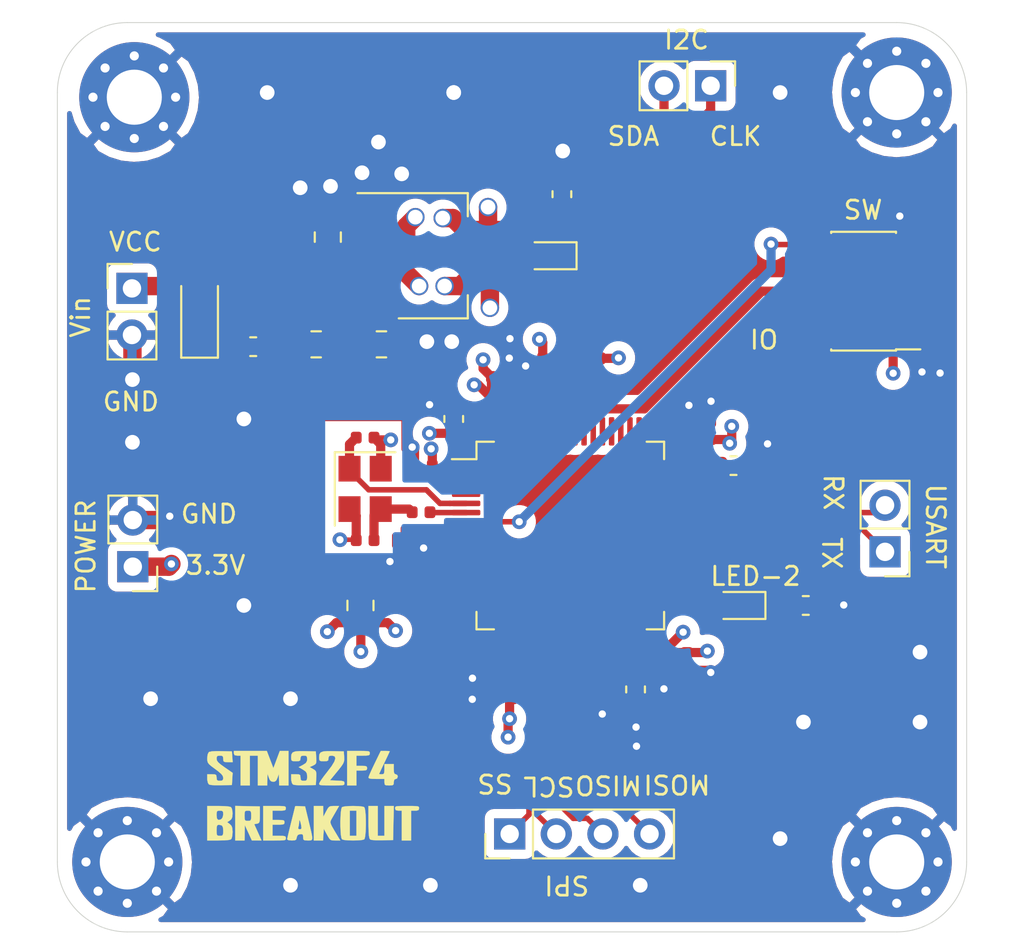
<source format=kicad_pcb>
(kicad_pcb (version 20171130) (host pcbnew "(5.1.4)-1")
  (title_block (title "STM32 F405RGT6") (date 2020-10-25))
  (layers (0 F.Cu signal) (1 In1.Cu power) (2 In2.Cu power) (31 B.Cu signal) (34 B.Paste user) (35 F.Paste user) (36 B.SilkS user) (37 F.SilkS user) (38 B.Mask user) (39 F.Mask user) (44 Edge.Cuts user))
  (net 0 "")
  (net 1 BOOT0)
  (net 2 "Net-(C1-Pad1)")
  (net 3 "Net-(C2-Pad1)")
  (net 4 "Net-(C3-Pad1)")
  (net 5 +3V3)
  (net 6 HSE_IN)
  (net 7 +3.3VA)
  (net 8 HSE_OUT)
  (net 9 "Net-(D1-Pad1)")
  (net 10 VCC)
  (net 11 "Net-(D2-Pad2)")
  (net 12 "Net-(D2-Pad1)")
  (net 13 "Net-(D3-Pad1)")
  (net 14 "Net-(F1-Pad2)")
  (net 15 UsART_RX)
  (net 16 USART_TX)
  (net 17 I2C_SCL)
  (net 18 I2C_SDA)
  (net 19 SPI_SS)
  (net 20 SPI_SCk)
  (net 21 SPI_MISO)
  (net 22 SPI_MOSI)
  (net 23 SW_IO)
  (net 24 SW_CLK)
  (net 25 SW_O)
  (net 26 "Net-(J6-Pad7)")
  (net 27 "Net-(J6-Pad8)")
  (net 28 NRST)
  (net 29 "Net-(U1-Pad2)")
  (net 30 "Net-(U1-Pad3)")
  (net 31 "Net-(U1-Pad4)")
  (net 32 "Net-(U1-Pad8)")
  (net 33 "Net-(U1-Pad9)")
  (net 34 "Net-(U1-Pad10)")
  (net 35 "Net-(U1-Pad11)")
  (net 36 "Net-(U1-Pad14)")
  (net 37 "Net-(U1-Pad15)")
  (net 38 "Net-(U1-Pad16)")
  (net 39 "Net-(U1-Pad17)")
  (net 40 "Net-(U1-Pad24)")
  (net 41 "Net-(U1-Pad25)")
  (net 42 "Net-(U1-Pad26)")
  (net 43 "Net-(U1-Pad27)")
  (net 44 "Net-(U1-Pad29)")
  (net 45 "Net-(U1-Pad30)")
  (net 46 "Net-(U1-Pad34)")
  (net 47 "Net-(U1-Pad35)")
  (net 48 "Net-(U1-Pad36)")
  (net 49 "Net-(U1-Pad37)")
  (net 50 "Net-(U1-Pad38)")
  (net 51 "Net-(U1-Pad39)")
  (net 52 "Net-(U1-Pad40)")
  (net 53 "Net-(U1-Pad41)")
  (net 54 "Net-(U1-Pad44)")
  (net 55 "Net-(U1-Pad45)")
  (net 56 "Net-(U1-Pad50)")
  (net 57 "Net-(U1-Pad51)")
  (net 58 "Net-(U1-Pad52)")
  (net 59 "Net-(U1-Pad53)")
  (net 60 "Net-(U1-Pad54)")
  (net 61 "Net-(U1-Pad56)")
  (net 62 "Net-(U1-Pad57)")
  (net 63 "Net-(U1-Pad61)")
  (net 64 "Net-(U1-Pad62)")
  (net 65 GND)
  (net 66 "Net-(C7-Pad1)")
  (net 67 BOOT1)
  (module LogoSilkscreen:F4Silkscreen (layer F.Cu) (at 92.71 93.98)
    (fp_text reference G*** hide)
    (fp_text value LOGO hide)
  )
  (module Capacitor_SMD:C_0603_1608Metric (layer F.Cu) (at 110.236 88.392 270)
    (fp_text reference C1)
    (fp_text value 2.2uF)
    (pad 2 smd roundrect (at 0.7875 0 270) (size 0.875 0.95) (layers F.Cu F.Paste F.Mask) (net 65 GND))
    (pad 1 smd roundrect (at -0.7875 0 270) (size 0.875 0.95) (layers F.Cu F.Paste F.Mask) (net 2 "Net-(C1-Pad1)"))
  )
  (module Capacitor_SMD:C_0603_1608Metric (layer F.Cu) (at 115.57 76.2)
    (fp_text reference C2)
    (fp_text value 2.2uF)
    (pad 1 smd roundrect (at -0.7875 0) (size 0.875 0.95) (layers F.Cu F.Paste F.Mask) (net 3 "Net-(C2-Pad1)"))
    (pad 2 smd roundrect (at 0.7875 0) (size 0.875 0.95) (layers F.Cu F.Paste F.Mask) (net 65 GND))
  )
  (module Capacitor_SMD:C_0805_2012Metric (layer F.Cu) (at 96.393 69.596)
    (fp_text reference C3)
    (fp_text value 10uF)
    (pad 2 smd roundrect (at 0.9375 0) (size 0.975 1.4) (layers F.Cu F.Paste F.Mask) (net 65 GND))
    (pad 1 smd roundrect (at -0.9375 0) (size 0.975 1.4) (layers F.Cu F.Paste F.Mask) (net 4 "Net-(C3-Pad1)"))
  )
  (module Capacitor_SMD:C_0805_2012Metric (layer F.Cu) (at 93.472 63.754 90)
    (fp_text reference C4)
    (fp_text value 10uF)
    (pad 1 smd roundrect (at -0.9375 0 90) (size 0.975 1.4) (layers F.Cu F.Paste F.Mask) (net 5 +3V3))
    (pad 2 smd roundrect (at 0.9375 0 90) (size 0.975 1.4) (layers F.Cu F.Paste F.Mask) (net 65 GND))
  )
  (module Capacitor_SMD:C_0402_1005Metric (layer F.Cu) (at 95.504 74.676)
    (fp_text reference C5)
    (fp_text value 12pF)
    (pad 1 smd roundrect (at -0.485 0) (size 0.59 0.64) (layers F.Cu F.Paste F.Mask) (net 6 HSE_IN))
    (pad 2 smd roundrect (at 0.485 0) (size 0.59 0.64) (layers F.Cu F.Paste F.Mask) (net 65 GND))
  )
  (module Capacitor_SMD:C_0402_1005Metric (layer F.Cu) (at 97.8027 81.8515 90)
    (fp_text reference C6)
    (fp_text value 100nF)
    (pad 1 smd roundrect (at -0.485 0 90) (size 0.59 0.64) (layers F.Cu F.Paste F.Mask) (net 7 +3.3VA))
    (pad 2 smd roundrect (at 0.485 0 90) (size 0.59 0.64) (layers F.Cu F.Paste F.Mask) (net 65 GND))
  )
  (module Capacitor_SMD:C_0402_1005Metric (layer F.Cu) (at 95.504 80.264 180)
    (fp_text reference C7)
    (fp_text value 12pF)
    (pad 2 smd roundrect (at 0.485 0 180) (size 0.59 0.64) (layers F.Cu F.Paste F.Mask) (net 65 GND))
    (pad 1 smd roundrect (at -0.485 0 180) (size 0.59 0.64) (layers F.Cu F.Paste F.Mask) (net 66 "Net-(C7-Pad1)"))
  )
  (module Capacitor_SMD:C_0603_1608Metric (layer F.Cu) (at 100.33 73.66 90)
    (fp_text reference C9)
    (fp_text value 10uF)
    (pad 1 smd roundrect (at -0.7875 0 90) (size 0.875 0.95) (layers F.Cu F.Paste F.Mask) (net 5 +3V3))
    (pad 2 smd roundrect (at 0.7875 0 90) (size 0.875 0.95) (layers F.Cu F.Paste F.Mask) (net 65 GND))
  )
  (module Capacitor_SMD:C_0402_1005Metric (layer F.Cu) (at 103.0097 87.8205 180)
    (fp_text reference C10)
    (fp_text value 100nF)
    (pad 2 smd roundrect (at 0.485 0 180) (size 0.59 0.64) (layers F.Cu F.Paste F.Mask) (net 65 GND))
    (pad 1 smd roundrect (at -0.485 0 180) (size 0.59 0.64) (layers F.Cu F.Paste F.Mask) (net 5 +3V3))
  )
  (module Capacitor_SMD:C_0402_1005Metric (layer F.Cu) (at 103.0351 88.8746 180)
    (fp_text reference C11)
    (fp_text value 100nF)
    (pad 2 smd roundrect (at 0.485 0 180) (size 0.59 0.64) (layers F.Cu F.Paste F.Mask) (net 65 GND))
    (pad 1 smd roundrect (at -0.485 0 180) (size 0.59 0.64) (layers F.Cu F.Paste F.Mask) (net 5 +3V3))
  )
  (module Capacitor_SMD:C_0402_1005Metric (layer F.Cu) (at 111.76 86.868 270)
    (fp_text reference C12)
    (fp_text value 100nF)
    (pad 1 smd roundrect (at -0.485 0 270) (size 0.59 0.64) (layers F.Cu F.Paste F.Mask) (net 5 +3V3))
    (pad 2 smd roundrect (at 0.485 0 270) (size 0.59 0.64) (layers F.Cu F.Paste F.Mask) (net 65 GND))
  )
  (module Capacitor_SMD:C_0402_1005Metric (layer F.Cu) (at 98.679 76.2 180)
    (fp_text reference C13)
    (fp_text value 100nF)
    (pad 1 smd roundrect (at -0.485 0 180) (size 0.59 0.64) (layers F.Cu F.Paste F.Mask) (net 5 +3V3))
    (pad 2 smd roundrect (at 0.485 0 180) (size 0.59 0.64) (layers F.Cu F.Paste F.Mask) (net 65 GND))
  )
  (module Capacitor_SMD:C_0402_1005Metric (layer F.Cu) (at 113.03 74.295 90)
    (fp_text reference C14)
    (fp_text value 100nF)
    (pad 2 smd roundrect (at 0.485 0 90) (size 0.59 0.64) (layers F.Cu F.Paste F.Mask) (net 65 GND))
    (pad 1 smd roundrect (at -0.485 0 90) (size 0.59 0.64) (layers F.Cu F.Paste F.Mask) (net 5 +3V3))
  )
  (module Capacitor_SMD:C_0402_1005Metric (layer F.Cu) (at 114.3 74.295 90)
    (fp_text reference C15)
    (fp_text value 100nF)
    (pad 1 smd roundrect (at -0.485 0 90) (size 0.59 0.64) (layers F.Cu F.Paste F.Mask) (net 5 +3V3))
    (pad 2 smd roundrect (at 0.485 0 90) (size 0.59 0.64) (layers F.Cu F.Paste F.Mask) (net 65 GND))
  )
  (module Capacitor_SMD:C_0402_1005Metric (layer F.Cu) (at 102.87 71.374)
    (fp_text reference C16)
    (fp_text value 100nF)
    (pad 2 smd roundrect (at 0.485 0) (size 0.59 0.64) (layers F.Cu F.Paste F.Mask) (net 65 GND))
    (pad 1 smd roundrect (at -0.485 0) (size 0.59 0.64) (layers F.Cu F.Paste F.Mask) (net 5 +3V3))
  )
  (module Capacitor_SMD:C_0402_1005Metric (layer F.Cu) (at 113.03 86.868 270)
    (fp_text reference C17)
    (fp_text value 100nF)
    (pad 1 smd roundrect (at -0.485 0 270) (size 0.59 0.64) (layers F.Cu F.Paste F.Mask) (net 5 +3V3))
    (pad 2 smd roundrect (at 0.485 0 270) (size 0.59 0.64) (layers F.Cu F.Paste F.Mask) (net 65 GND))
  )
  (module Capacitor_SMD:C_0402_1005Metric (layer F.Cu) (at 102.87 72.517)
    (fp_text reference C18)
    (fp_text value 100nF)
    (pad 2 smd roundrect (at 0.485 0) (size 0.59 0.64) (layers F.Cu F.Paste F.Mask) (net 65 GND))
    (pad 1 smd roundrect (at -0.485 0) (size 0.59 0.64) (layers F.Cu F.Paste F.Mask) (net 5 +3V3))
  )
  (module Diode_SMD:D_SOD-123 (layer F.Cu) (at 86.487 68.072 90)
    (fp_text reference D1)
    (fp_text value B5819W)
    (pad 1 smd rect (at -1.65 0 90) (size 0.9 1.2) (layers F.Cu F.Paste F.Mask) (net 9 "Net-(D1-Pad1)"))
    (pad 2 smd rect (at 1.65 0 90) (size 0.9 1.2) (layers F.Cu F.Paste F.Mask) (net 10 VCC))
  )
  (module Diode_SMD:D_0603_1608Metric (layer F.Cu) (at 115.824 83.82 180)
    (fp_text reference D2)
    (fp_text value Red)
    (pad 2 smd roundrect (at 0.7875 0 180) (size 0.875 0.95) (layers F.Cu F.Paste F.Mask) (net 11 "Net-(D2-Pad2)"))
    (pad 1 smd roundrect (at -0.7875 0 180) (size 0.875 0.95) (layers F.Cu F.Paste F.Mask) (net 12 "Net-(D2-Pad1)"))
  )
  (module Diode_SMD:D_0603_1608Metric (layer F.Cu) (at 105.537 64.77 180)
    (fp_text reference D3)
    (fp_text value Red)
    (pad 1 smd roundrect (at -0.7875 0 180) (size 0.875 0.95) (layers F.Cu F.Paste F.Mask) (net 13 "Net-(D3-Pad1)"))
    (pad 2 smd roundrect (at 0.7875 0 180) (size 0.875 0.95) (layers F.Cu F.Paste F.Mask) (net 5 +3V3))
  )
  (module Fuse:Fuse_0603_1608Metric (layer F.Cu) (at 89.408 69.723)
    (fp_text reference F1)
    (fp_text value 500mA)
    (pad 1 smd roundrect (at -0.7875 0) (size 0.875 0.95) (layers F.Cu F.Paste F.Mask) (net 9 "Net-(D1-Pad1)"))
    (pad 2 smd roundrect (at 0.7875 0) (size 0.875 0.95) (layers F.Cu F.Paste F.Mask) (net 14 "Net-(F1-Pad2)"))
  )
  (module Inductor_SMD:L_0805_2012Metric (layer F.Cu) (at 92.837 69.596)
    (fp_text reference FB1)
    (fp_text value "100 @100MHz")
    (pad 1 smd roundrect (at -0.9375 0) (size 0.975 1.4) (layers F.Cu F.Paste F.Mask) (net 14 "Net-(F1-Pad2)"))
    (pad 2 smd roundrect (at 0.9375 0) (size 0.975 1.4) (layers F.Cu F.Paste F.Mask) (net 4 "Net-(C3-Pad1)"))
  )
  (module Inductor_SMD:L_0805_2012Metric (layer F.Cu) (at 95.25 83.82 90)
    (fp_text reference FB2)
    (fp_text value "100 @100MHz")
    (pad 2 smd roundrect (at 0.9375 0 90) (size 0.975 1.4) (layers F.Cu F.Paste F.Mask) (net 7 +3.3VA))
    (pad 1 smd roundrect (at -0.9375 0 90) (size 0.975 1.4) (layers F.Cu F.Paste F.Mask) (net 5 +3V3))
  )
  (module MountingHole:MountingHole_3mm_Pad_Via (layer F.Cu) (at 124.46 55.88)
    (fp_text reference H1)
    (fp_text value MountingHole_Pad)
    (pad 1 thru_hole circle (at 1.59099 -1.59099) (size 0.8 0.8) (drill 0.5) (layers *.Cu *.Mask) (net 65 GND))
    (pad 1 thru_hole circle (at 0 -2.25) (size 0.8 0.8) (drill 0.5) (layers *.Cu *.Mask) (net 65 GND))
    (pad 1 thru_hole circle (at -1.59099 -1.59099) (size 0.8 0.8) (drill 0.5) (layers *.Cu *.Mask) (net 65 GND))
    (pad 1 thru_hole circle (at -2.25 0) (size 0.8 0.8) (drill 0.5) (layers *.Cu *.Mask) (net 65 GND))
    (pad 1 thru_hole circle (at -1.59099 1.59099) (size 0.8 0.8) (drill 0.5) (layers *.Cu *.Mask) (net 65 GND))
    (pad 1 thru_hole circle (at 0 2.25) (size 0.8 0.8) (drill 0.5) (layers *.Cu *.Mask) (net 65 GND))
    (pad 1 thru_hole circle (at 1.59099 1.59099) (size 0.8 0.8) (drill 0.5) (layers *.Cu *.Mask) (net 65 GND))
    (pad 1 thru_hole circle (at 2.25 0) (size 0.8 0.8) (drill 0.5) (layers *.Cu *.Mask) (net 65 GND))
    (pad 1 thru_hole circle (at 0 0) (size 6 6) (drill 3) (layers *.Cu *.Mask) (net 65 GND))
  )
  (module MountingHole:MountingHole_3mm_Pad_Via (layer F.Cu) (at 124.46 97.79)
    (fp_text reference H2)
    (fp_text value MountingHole_Pad)
    (pad 1 thru_hole circle (at 0 0) (size 6 6) (drill 3) (layers *.Cu *.Mask) (net 65 GND))
    (pad 1 thru_hole circle (at 2.25 0) (size 0.8 0.8) (drill 0.5) (layers *.Cu *.Mask) (net 65 GND))
    (pad 1 thru_hole circle (at 1.59099 1.59099) (size 0.8 0.8) (drill 0.5) (layers *.Cu *.Mask) (net 65 GND))
    (pad 1 thru_hole circle (at 0 2.25) (size 0.8 0.8) (drill 0.5) (layers *.Cu *.Mask) (net 65 GND))
    (pad 1 thru_hole circle (at -1.59099 1.59099) (size 0.8 0.8) (drill 0.5) (layers *.Cu *.Mask) (net 65 GND))
    (pad 1 thru_hole circle (at -2.25 0) (size 0.8 0.8) (drill 0.5) (layers *.Cu *.Mask) (net 65 GND))
    (pad 1 thru_hole circle (at -1.59099 -1.59099) (size 0.8 0.8) (drill 0.5) (layers *.Cu *.Mask) (net 65 GND))
    (pad 1 thru_hole circle (at 0 -2.25) (size 0.8 0.8) (drill 0.5) (layers *.Cu *.Mask) (net 65 GND))
    (pad 1 thru_hole circle (at 1.59099 -1.59099) (size 0.8 0.8) (drill 0.5) (layers *.Cu *.Mask) (net 65 GND))
  )
  (module MountingHole:MountingHole_3mm_Pad_Via (layer F.Cu) (at 82.931 56.134)
    (fp_text reference H3)
    (fp_text value MountingHole_Pad)
    (pad 1 thru_hole circle (at 1.59099 -1.59099) (size 0.8 0.8) (drill 0.5) (layers *.Cu *.Mask) (net 65 GND))
    (pad 1 thru_hole circle (at 0 -2.25) (size 0.8 0.8) (drill 0.5) (layers *.Cu *.Mask) (net 65 GND))
    (pad 1 thru_hole circle (at -1.59099 -1.59099) (size 0.8 0.8) (drill 0.5) (layers *.Cu *.Mask) (net 65 GND))
    (pad 1 thru_hole circle (at -2.25 0) (size 0.8 0.8) (drill 0.5) (layers *.Cu *.Mask) (net 65 GND))
    (pad 1 thru_hole circle (at -1.59099 1.59099) (size 0.8 0.8) (drill 0.5) (layers *.Cu *.Mask) (net 65 GND))
    (pad 1 thru_hole circle (at 0 2.25) (size 0.8 0.8) (drill 0.5) (layers *.Cu *.Mask) (net 65 GND))
    (pad 1 thru_hole circle (at 1.59099 1.59099) (size 0.8 0.8) (drill 0.5) (layers *.Cu *.Mask) (net 65 GND))
    (pad 1 thru_hole circle (at 2.25 0) (size 0.8 0.8) (drill 0.5) (layers *.Cu *.Mask) (net 65 GND))
    (pad 1 thru_hole circle (at 0 0) (size 6 6) (drill 3) (layers *.Cu *.Mask) (net 65 GND))
  )
  (module MountingHole:MountingHole_3mm_Pad_Via (layer F.Cu) (at 82.55 97.79)
    (fp_text reference H4)
    (fp_text value MountingHole_Pad)
    (pad 1 thru_hole circle (at 0 0) (size 6 6) (drill 3) (layers *.Cu *.Mask) (net 65 GND))
    (pad 1 thru_hole circle (at 2.25 0) (size 0.8 0.8) (drill 0.5) (layers *.Cu *.Mask) (net 65 GND))
    (pad 1 thru_hole circle (at 1.59099 1.59099) (size 0.8 0.8) (drill 0.5) (layers *.Cu *.Mask) (net 65 GND))
    (pad 1 thru_hole circle (at 0 2.25) (size 0.8 0.8) (drill 0.5) (layers *.Cu *.Mask) (net 65 GND))
    (pad 1 thru_hole circle (at -1.59099 1.59099) (size 0.8 0.8) (drill 0.5) (layers *.Cu *.Mask) (net 65 GND))
    (pad 1 thru_hole circle (at -2.25 0) (size 0.8 0.8) (drill 0.5) (layers *.Cu *.Mask) (net 65 GND))
    (pad 1 thru_hole circle (at -1.59099 -1.59099) (size 0.8 0.8) (drill 0.5) (layers *.Cu *.Mask) (net 65 GND))
    (pad 1 thru_hole circle (at 0 -2.25) (size 0.8 0.8) (drill 0.5) (layers *.Cu *.Mask) (net 65 GND))
    (pad 1 thru_hole circle (at 1.59099 -1.59099) (size 0.8 0.8) (drill 0.5) (layers *.Cu *.Mask) (net 65 GND))
  )
  (module Crystal:Crystal_SMD_3225-4Pin_3.2x2.5mm (layer F.Cu) (at 95.504 77.47 270)
    (fp_text reference HSE1)
    (fp_text value 16MHz)
    (pad 1 smd rect (at -1.1 0.85 270) (size 1.4 1.2) (layers F.Cu F.Paste F.Mask) (net 6 HSE_IN))
    (pad 2 smd rect (at 1.1 0.85 270) (size 1.4 1.2) (layers F.Cu F.Paste F.Mask) (net 65 GND))
    (pad 3 smd rect (at 1.1 -0.85 270) (size 1.4 1.2) (layers F.Cu F.Paste F.Mask) (net 66 "Net-(C7-Pad1)"))
    (pad 4 smd rect (at -1.1 -0.85 270) (size 1.4 1.2) (layers F.Cu F.Paste F.Mask) (net 65 GND))
  )
  (module Connector_PinHeader_2.54mm:PinHeader_1x02_P2.54mm_Vertical (layer F.Cu) (at 123.825 80.899 180)
    (fp_text reference J1)
    (fp_text value Conn_01x02)
    (pad 2 thru_hole oval (at 0 2.54 180) (size 1.7 1.7) (drill 1) (layers *.Cu *.Mask) (net 15 UsART_RX))
    (pad 1 thru_hole rect (at 0 0 180) (size 1.7 1.7) (drill 1) (layers *.Cu *.Mask) (net 16 USART_TX))
  )
  (module Connector_PinHeader_2.54mm:PinHeader_1x02_P2.54mm_Vertical (layer F.Cu) (at 114.3254 55.5117 270)
    (fp_text reference J2)
    (fp_text value Conn_01x02)
    (pad 1 thru_hole rect (at 0 0 270) (size 1.7 1.7) (drill 1) (layers *.Cu *.Mask) (net 17 I2C_SCL))
    (pad 2 thru_hole oval (at 0 2.54 270) (size 1.7 1.7) (drill 1) (layers *.Cu *.Mask) (net 18 I2C_SDA))
  )
  (module Connector_PinHeader_2.54mm:PinHeader_1x04_P2.54mm_Vertical (layer F.Cu) (at 103.378 96.266 90)
    (fp_text reference J3)
    (fp_text value Conn_01x04)
    (pad 1 thru_hole rect (at 0 0 90) (size 1.7 1.7) (drill 1) (layers *.Cu *.Mask) (net 19 SPI_SS))
    (pad 2 thru_hole oval (at 0 2.54 90) (size 1.7 1.7) (drill 1) (layers *.Cu *.Mask) (net 20 SPI_SCk))
    (pad 3 thru_hole oval (at 0 5.08 90) (size 1.7 1.7) (drill 1) (layers *.Cu *.Mask) (net 21 SPI_MISO))
    (pad 4 thru_hole oval (at 0 7.62 90) (size 1.7 1.7) (drill 1) (layers *.Cu *.Mask) (net 22 SPI_MOSI))
  )
  (module Connector_PinHeader_2.54mm:PinHeader_1x02_P2.54mm_Vertical (layer F.Cu) (at 82.804 66.548)
    (fp_text reference J4)
    (fp_text value Conn_01x02)
    (pad 2 thru_hole oval (at 0 2.54) (size 1.7 1.7) (drill 1) (layers *.Cu *.Mask) (net 65 GND))
    (pad 1 thru_hole rect (at 0 0) (size 1.7 1.7) (drill 1) (layers *.Cu *.Mask) (net 10 VCC))
  )
  (module Connector_PinHeader_2.54mm:PinHeader_1x02_P2.54mm_Vertical (layer F.Cu) (at 82.84972 81.70672 180)
    (fp_text reference J5)
    (fp_text value Conn_01x02)
    (pad 1 thru_hole rect (at 0 0 180) (size 1.7 1.7) (drill 1) (layers *.Cu *.Mask) (net 5 +3V3))
    (pad 2 thru_hole oval (at 0 2.54 180) (size 1.7 1.7) (drill 1) (layers *.Cu *.Mask) (net 65 GND))
  )
  (module Connector_PinHeader_1.27mm:PinHeader_2x05_P1.27mm_Vertical_SMD (layer F.Cu) (at 122.6566 66.7004 180)
    (fp_text reference J6)
    (fp_text value ARM_10pin_SWD)
    (pad 1 smd rect (at -1.95 -2.54 180) (size 2.4 0.74) (layers F.Cu F.Paste F.Mask) (net 5 +3V3))
    (pad 2 smd rect (at 1.95 -2.54 180) (size 2.4 0.74) (layers F.Cu F.Paste F.Mask) (net 23 SW_IO))
    (pad 3 smd rect (at -1.95 -1.27 180) (size 2.4 0.74) (layers F.Cu F.Paste F.Mask) (net 65 GND))
    (pad 4 smd rect (at 1.95 -1.27 180) (size 2.4 0.74) (layers F.Cu F.Paste F.Mask) (net 24 SW_CLK))
    (pad 5 smd rect (at -1.95 0 180) (size 2.4 0.74) (layers F.Cu F.Paste F.Mask) (net 65 GND))
    (pad 6 smd rect (at 1.95 0 180) (size 2.4 0.74) (layers F.Cu F.Paste F.Mask) (net 25 SW_O))
    (pad 7 smd rect (at -1.95 1.27 180) (size 2.4 0.74) (layers F.Cu F.Paste F.Mask) (net 26 "Net-(J6-Pad7)"))
    (pad 8 smd rect (at 1.95 1.27 180) (size 2.4 0.74) (layers F.Cu F.Paste F.Mask) (net 27 "Net-(J6-Pad8)"))
    (pad 9 smd rect (at -1.95 2.54 180) (size 2.4 0.74) (layers F.Cu F.Paste F.Mask) (net 65 GND))
    (pad 10 smd rect (at 1.95 2.54 180) (size 2.4 0.74) (layers F.Cu F.Paste F.Mask) (net 28 NRST))
  )
  (module Resistor_SMD:R_0603_1608Metric (layer F.Cu) (at 119.507 83.82 180)
    (fp_text reference R1)
    (fp_text value "2.2 K")
    (pad 2 smd roundrect (at 0.7875 0 180) (size 0.875 0.95) (layers F.Cu F.Paste F.Mask) (net 12 "Net-(D2-Pad1)"))
    (pad 1 smd roundrect (at -0.7875 0 180) (size 0.875 0.95) (layers F.Cu F.Paste F.Mask) (net 65 GND))
  )
  (module Resistor_SMD:R_0603_1608Metric (layer F.Cu) (at 106.2228 61.4172 270)
    (fp_text reference R2)
    (fp_text value "2.2 K")
    (pad 1 smd roundrect (at -0.7875 0 270) (size 0.875 0.95) (layers F.Cu F.Paste F.Mask) (net 65 GND))
    (pad 2 smd roundrect (at 0.7875 0 270) (size 0.875 0.95) (layers F.Cu F.Paste F.Mask) (net 13 "Net-(D3-Pad1)"))
  )
  (module Resistor_SMD:R_0402_1005Metric (layer F.Cu) (at 98.552 78.74)
    (fp_text reference R3)
    (fp_text value 220)
    (pad 1 smd roundrect (at -0.485 0) (size 0.59 0.64) (layers F.Cu F.Paste F.Mask) (net 66 "Net-(C7-Pad1)"))
    (pad 2 smd roundrect (at 0.485 0) (size 0.59 0.64) (layers F.Cu F.Paste F.Mask) (net 8 HSE_OUT))
  )
  (module Resistor_SMD:R_0402_1005Metric (layer F.Cu) (at 105.664 70.358)
    (fp_text reference R4)
    (fp_text value 2.2K)
    (pad 2 smd roundrect (at 0.485 0) (size 0.59 0.64) (layers F.Cu F.Paste F.Mask) (net 18 I2C_SDA))
    (pad 1 smd roundrect (at -0.485 0) (size 0.59 0.64) (layers F.Cu F.Paste F.Mask) (net 5 +3V3))
  )
  (module Resistor_SMD:R_0402_1005Metric (layer F.Cu) (at 105.029 72.009 270)
    (fp_text reference R5)
    (fp_text value 10k)
    (pad 2 smd roundrect (at 0.485 0 270) (size 0.59 0.64) (layers F.Cu F.Paste F.Mask) (net 1 BOOT0))
    (pad 1 smd roundrect (at -0.485 0 270) (size 0.59 0.64) (layers F.Cu F.Paste F.Mask) (net 65 GND))
  )
  (module Resistor_SMD:R_0402_1005Metric (layer F.Cu) (at 108.458 88.011 90)
    (fp_text reference R6)
    (fp_text value 10k)
    (pad 1 smd roundrect (at -0.485 0 90) (size 0.59 0.64) (layers F.Cu F.Paste F.Mask) (net 65 GND))
    (pad 2 smd roundrect (at 0.485 0 90) (size 0.59 0.64) (layers F.Cu F.Paste F.Mask) (net 67 BOOT1))
  )
  (module Resistor_SMD:R_0402_1005Metric (layer F.Cu) (at 107.823 70.358 180)
    (fp_text reference R7)
    (fp_text value 2.2K)
    (pad 1 smd roundrect (at -0.485 0 180) (size 0.59 0.64) (layers F.Cu F.Paste F.Mask) (net 5 +3V3))
    (pad 2 smd roundrect (at 0.485 0 180) (size 0.59 0.64) (layers F.Cu F.Paste F.Mask) (net 17 I2C_SCL))
  )
  (module Package_QFP:LQFP-64_10x10mm_P0.5mm (layer F.Cu) (at 106.68 80.01)
    (fp_text reference U1)
    (fp_text value STM32F405RGT6)
    (pad 1 smd roundrect (at -5.675 -3.75) (size 1.55 0.3) (layers F.Cu F.Paste F.Mask) (net 5 +3V3))
    (pad 2 smd roundrect (at -5.675 -3.25) (size 1.55 0.3) (layers F.Cu F.Paste F.Mask) (net 29 "Net-(U1-Pad2)"))
    (pad 3 smd roundrect (at -5.675 -2.75) (size 1.55 0.3) (layers F.Cu F.Paste F.Mask) (net 30 "Net-(U1-Pad3)"))
    (pad 4 smd roundrect (at -5.675 -2.25) (size 1.55 0.3) (layers F.Cu F.Paste F.Mask) (net 31 "Net-(U1-Pad4)"))
    (pad 5 smd roundrect (at -5.675 -1.75) (size 1.55 0.3) (layers F.Cu F.Paste F.Mask) (net 6 HSE_IN))
    (pad 6 smd roundrect (at -5.675 -1.25) (size 1.55 0.3) (layers F.Cu F.Paste F.Mask) (net 8 HSE_OUT))
    (pad 7 smd roundrect (at -5.675 -0.75) (size 1.55 0.3) (layers F.Cu F.Paste F.Mask) (net 28 NRST))
    (pad 8 smd roundrect (at -5.675 -0.25) (size 1.55 0.3) (layers F.Cu F.Paste F.Mask) (net 32 "Net-(U1-Pad8)"))
    (pad 9 smd roundrect (at -5.675 0.25) (size 1.55 0.3) (layers F.Cu F.Paste F.Mask) (net 33 "Net-(U1-Pad9)"))
    (pad 10 smd roundrect (at -5.675 0.75) (size 1.55 0.3) (layers F.Cu F.Paste F.Mask) (net 34 "Net-(U1-Pad10)"))
    (pad 11 smd roundrect (at -5.675 1.25) (size 1.55 0.3) (layers F.Cu F.Paste F.Mask) (net 35 "Net-(U1-Pad11)"))
    (pad 12 smd roundrect (at -5.675 1.75) (size 1.55 0.3) (layers F.Cu F.Paste F.Mask) (net 65 GND))
    (pad 13 smd roundrect (at -5.675 2.25) (size 1.55 0.3) (layers F.Cu F.Paste F.Mask) (net 7 +3.3VA))
    (pad 14 smd roundrect (at -5.675 2.75) (size 1.55 0.3) (layers F.Cu F.Paste F.Mask) (net 36 "Net-(U1-Pad14)"))
    (pad 15 smd roundrect (at -5.675 3.25) (size 1.55 0.3) (layers F.Cu F.Paste F.Mask) (net 37 "Net-(U1-Pad15)"))
    (pad 16 smd roundrect (at -5.675 3.75) (size 1.55 0.3) (layers F.Cu F.Paste F.Mask) (net 38 "Net-(U1-Pad16)"))
    (pad 17 smd roundrect (at -3.75 5.675) (size 0.3 1.55) (layers F.Cu F.Paste F.Mask) (net 39 "Net-(U1-Pad17)"))
    (pad 18 smd roundrect (at -3.25 5.675) (size 0.3 1.55) (layers F.Cu F.Paste F.Mask) (net 65 GND))
    (pad 19 smd roundrect (at -2.75 5.675) (size 0.3 1.55) (layers F.Cu F.Paste F.Mask) (net 5 +3V3))
    (pad 20 smd roundrect (at -2.25 5.675) (size 0.3 1.55) (layers F.Cu F.Paste F.Mask) (net 19 SPI_SS))
    (pad 21 smd roundrect (at -1.75 5.675) (size 0.3 1.55) (layers F.Cu F.Paste F.Mask) (net 20 SPI_SCk))
    (pad 22 smd roundrect (at -1.25 5.675) (size 0.3 1.55) (layers F.Cu F.Paste F.Mask) (net 21 SPI_MISO))
    (pad 23 smd roundrect (at -0.75 5.675) (size 0.3 1.55) (layers F.Cu F.Paste F.Mask) (net 22 SPI_MOSI))
    (pad 24 smd roundrect (at -0.25 5.675) (size 0.3 1.55) (layers F.Cu F.Paste F.Mask) (net 40 "Net-(U1-Pad24)"))
    (pad 25 smd roundrect (at 0.25 5.675) (size 0.3 1.55) (layers F.Cu F.Paste F.Mask) (net 41 "Net-(U1-Pad25)"))
    (pad 26 smd roundrect (at 0.75 5.675) (size 0.3 1.55) (layers F.Cu F.Paste F.Mask) (net 42 "Net-(U1-Pad26)"))
    (pad 27 smd roundrect (at 1.25 5.675) (size 0.3 1.55) (layers F.Cu F.Paste F.Mask) (net 43 "Net-(U1-Pad27)"))
    (pad 28 smd roundrect (at 1.75 5.675) (size 0.3 1.55) (layers F.Cu F.Paste F.Mask) (net 67 BOOT1))
    (pad 29 smd roundrect (at 2.25 5.675) (size 0.3 1.55) (layers F.Cu F.Paste F.Mask) (net 44 "Net-(U1-Pad29)"))
    (pad 30 smd roundrect (at 2.75 5.675) (size 0.3 1.55) (layers F.Cu F.Paste F.Mask) (net 45 "Net-(U1-Pad30)"))
    (pad 31 smd roundrect (at 3.25 5.675) (size 0.3 1.55) (layers F.Cu F.Paste F.Mask) (net 2 "Net-(C1-Pad1)"))
    (pad 32 smd roundrect (at 3.75 5.675) (size 0.3 1.55) (layers F.Cu F.Paste F.Mask) (net 5 +3V3))
    (pad 33 smd roundrect (at 5.675 3.75) (size 1.55 0.3) (layers F.Cu F.Paste F.Mask) (net 11 "Net-(D2-Pad2)"))
    (pad 34 smd roundrect (at 5.675 3.25) (size 1.55 0.3) (layers F.Cu F.Paste F.Mask) (net 46 "Net-(U1-Pad34)"))
    (pad 35 smd roundrect (at 5.675 2.75) (size 1.55 0.3) (layers F.Cu F.Paste F.Mask) (net 47 "Net-(U1-Pad35)"))
    (pad 36 smd roundrect (at 5.675 2.25) (size 1.55 0.3) (layers F.Cu F.Paste F.Mask) (net 48 "Net-(U1-Pad36)"))
    (pad 37 smd roundrect (at 5.675 1.75) (size 1.55 0.3) (layers F.Cu F.Paste F.Mask) (net 49 "Net-(U1-Pad37)"))
    (pad 38 smd roundrect (at 5.675 1.25) (size 1.55 0.3) (layers F.Cu F.Paste F.Mask) (net 50 "Net-(U1-Pad38)"))
    (pad 39 smd roundrect (at 5.675 0.75) (size 1.55 0.3) (layers F.Cu F.Paste F.Mask) (net 51 "Net-(U1-Pad39)"))
    (pad 40 smd roundrect (at 5.675 0.25) (size 1.55 0.3) (layers F.Cu F.Paste F.Mask) (net 52 "Net-(U1-Pad40)"))
    (pad 41 smd roundrect (at 5.675 -0.25) (size 1.55 0.3) (layers F.Cu F.Paste F.Mask) (net 53 "Net-(U1-Pad41)"))
    (pad 42 smd roundrect (at 5.675 -0.75) (size 1.55 0.3) (layers F.Cu F.Paste F.Mask) (net 16 USART_TX))
    (pad 43 smd roundrect (at 5.675 -1.25) (size 1.55 0.3) (layers F.Cu F.Paste F.Mask) (net 15 UsART_RX))
    (pad 44 smd roundrect (at 5.675 -1.75) (size 1.55 0.3) (layers F.Cu F.Paste F.Mask) (net 54 "Net-(U1-Pad44)"))
    (pad 45 smd roundrect (at 5.675 -2.25) (size 1.55 0.3) (layers F.Cu F.Paste F.Mask) (net 55 "Net-(U1-Pad45)"))
    (pad 46 smd roundrect (at 5.675 -2.75) (size 1.55 0.3) (layers F.Cu F.Paste F.Mask) (net 23 SW_IO))
    (pad 47 smd roundrect (at 5.675 -3.25) (size 1.55 0.3) (layers F.Cu F.Paste F.Mask) (net 3 "Net-(C2-Pad1)"))
    (pad 48 smd roundrect (at 5.675 -3.75) (size 1.55 0.3) (layers F.Cu F.Paste F.Mask) (net 5 +3V3))
    (pad 49 smd roundrect (at 3.75 -5.675) (size 0.3 1.55) (layers F.Cu F.Paste F.Mask) (net 24 SW_CLK))
    (pad 50 smd roundrect (at 3.25 -5.675) (size 0.3 1.55) (layers F.Cu F.Paste F.Mask) (net 56 "Net-(U1-Pad50)"))
    (pad 51 smd roundrect (at 2.75 -5.675) (size 0.3 1.55) (layers F.Cu F.Paste F.Mask) (net 57 "Net-(U1-Pad51)"))
    (pad 52 smd roundrect (at 2.25 -5.675) (size 0.3 1.55) (layers F.Cu F.Paste F.Mask) (net 58 "Net-(U1-Pad52)"))
    (pad 53 smd roundrect (at 1.75 -5.675) (size 0.3 1.55) (layers F.Cu F.Paste F.Mask) (net 59 "Net-(U1-Pad53)"))
    (pad 54 smd roundrect (at 1.25 -5.675) (size 0.3 1.55) (layers F.Cu F.Paste F.Mask) (net 60 "Net-(U1-Pad54)"))
    (pad 55 smd roundrect (at 0.75 -5.675) (size 0.3 1.55) (layers F.Cu F.Paste F.Mask) (net 25 SW_O))
    (pad 56 smd roundrect (at 0.25 -5.675) (size 0.3 1.55) (layers F.Cu F.Paste F.Mask) (net 61 "Net-(U1-Pad56)"))
    (pad 57 smd roundrect (at -0.25 -5.675) (size 0.3 1.55) (layers F.Cu F.Paste F.Mask) (net 62 "Net-(U1-Pad57)"))
    (pad 58 smd roundrect (at -0.75 -5.675) (size 0.3 1.55) (layers F.Cu F.Paste F.Mask) (net 17 I2C_SCL))
    (pad 59 smd roundrect (at -1.25 -5.675) (size 0.3 1.55) (layers F.Cu F.Paste F.Mask) (net 18 I2C_SDA))
    (pad 60 smd roundrect (at -1.75 -5.675) (size 0.3 1.55) (layers F.Cu F.Paste F.Mask) (net 1 BOOT0))
    (pad 61 smd roundrect (at -2.25 -5.675) (size 0.3 1.55) (layers F.Cu F.Paste F.Mask) (net 63 "Net-(U1-Pad61)"))
    (pad 62 smd roundrect (at -2.75 -5.675) (size 0.3 1.55) (layers F.Cu F.Paste F.Mask) (net 64 "Net-(U1-Pad62)"))
    (pad 63 smd roundrect (at -3.25 -5.675) (size 0.3 1.55) (layers F.Cu F.Paste F.Mask) (net 65 GND))
    (pad 64 smd roundrect (at -3.75 -5.675) (size 0.3 1.55) (layers F.Cu F.Paste F.Mask) (net 5 +3V3))
  )
  (module Package_TO_SOT_SMD:SOT-223-3_TabPin2 (layer F.Cu) (at 99.187 64.77)
    (fp_text reference U2)
    (fp_text value AMS1117-3.3)
    (pad 2 smd rect (at 3.15 0) (size 2 3.8) (layers F.Cu F.Paste F.Mask) (net 5 +3V3))
    (pad 2 smd rect (at -3.15 0) (size 2 1.5) (layers F.Cu F.Paste F.Mask) (net 5 +3V3))
    (pad 3 smd rect (at -3.15 2.3) (size 2 1.5) (layers F.Cu F.Paste F.Mask) (net 4 "Net-(C3-Pad1)"))
    (pad 1 smd rect (at -3.15 -2.3) (size 2 1.5) (layers F.Cu F.Paste F.Mask) (net 65 GND))
  )
  (module Capacitor_SMD:C_0402_1005Metric (layer F.Cu) (at 99.0092 81.8896 90)
    (fp_text reference C8)
    (fp_text value 10nF)
    (pad 1 smd roundrect (at -0.485 0 90) (size 0.59 0.64) (layers F.Cu F.Paste F.Mask) (net 7 +3.3VA))
    (pad 2 smd roundrect (at 0.485 0 90) (size 0.59 0.64) (layers F.Cu F.Paste F.Mask) (net 65 GND))
  )
  (gr_text LED-2 (at 116.76888 82.22488) (layer F.SilkS) (effects (font (size 1 1))))
  (gr_text "GND\n" (at 82.74812 72.72528) (layer F.SilkS) (effects (font (size 1 1))))
  (gr_text VCC (at 82.98688 64.01816) (layer F.SilkS) (effects (font (size 1 1))))
  (gr_text 3.3V (at 87.35568 81.63052) (layer F.SilkS) (effects (font (size 1 1))))
  (gr_text GND (at 87.00008 78.83652) (layer F.SilkS) (effects (font (size 1 1))))
  (gr_text Vin (at 79.99984 68.10248 90) (layer F.SilkS) (effects (font (size 1 1))))
  (gr_text POWER (at 80.29448 80.5942 90) (layer F.SilkS) (effects (font (size 1 1))))
  (gr_text IO (at 117.23116 69.35724) (layer F.SilkS) (effects (font (size 1 1))))
  (gr_text SCL (at 105.51668 93.67012 180) (layer F.SilkS) (effects (font (size 1 1))))
  (gr_text MISO (at 108.75772 93.599 180) (layer F.SilkS) (effects (font (size 1 1))))
  (gr_text MOSI (at 112.48644 93.55836 180) (layer F.SilkS) (effects (font (size 1 1))))
  (gr_text SS (at 102.57536 93.599) (layer F.SilkS) (effects (font (size 1 1))))
  (gr_text "SPI\n" (at 106.48696 99.05492 180) (layer F.SilkS) (effects (font (size 1 1))))
  (gr_text RX (at 121.00052 77.65288 270) (layer F.SilkS) (effects (font (size 1 1))))
  (gr_text TX (at 120.91924 80.96504 270) (layer F.SilkS) (effects (font (size 1 1))))
  (gr_text USART (at 126.57328 79.51724 270) (layer F.SilkS) (effects (font (size 1 1))))
  (gr_text SW (at 122.62612 62.2808) (layer F.SilkS) (effects (font (size 1 1))))
  (gr_text SDA (at 110.11916 58.26252) (layer F.SilkS) (effects (font (size 1 1))))
  (gr_text CLK (at 115.68176 58.26252) (layer F.SilkS) (effects (font (size 1 1))))
  (gr_text I2C (at 113.00968 53.01488) (layer F.SilkS) (effects (font (size 1 1))))
  (gr_arc (start 124.46 97.79) (end 124.46 101.6) (angle -90) (layer Edge.Cuts) (width 0.05))
  (gr_arc (start 82.55 97.79) (end 78.74 97.79) (angle -90) (layer Edge.Cuts) (width 0.05))
  (gr_arc (start 82.55 55.88) (end 82.55 52.07) (angle -90) (layer Edge.Cuts) (width 0.05))
  (gr_arc (start 124.46 55.88) (end 128.27 55.88) (angle -90) (layer Edge.Cuts) (width 0.05))
  (gr_line (start 124.46 52.07) (end 82.55 52.07) (layer Edge.Cuts) (width 0.05))
  (gr_line (start 128.27 97.79) (end 128.27 55.88) (layer Edge.Cuts) (width 0.05))
  (gr_line (start 82.55 101.6) (end 124.46 101.6) (layer Edge.Cuts) (width 0.05))
  (gr_line (start 78.74 55.88) (end 78.74 97.79) (layer Edge.Cuts) (width 0.05))
  (segment (start 104.93 72.593) (end 105.029 72.494) (width 0.3) (layer F.Cu) (net 1))
  (segment (start 104.93 74.335) (end 104.93 72.593) (width 0.3) (layer F.Cu) (net 1))
  (segment (start 109.93 87.2985) (end 110.236 87.6045) (width 0.3) (layer F.Cu) (net 2))
  (segment (start 109.93 85.685) (end 109.93 87.2985) (width 0.3) (layer F.Cu) (net 2))
  (segment (start 114.2225 76.76) (end 114.7825 76.2) (width 0.3) (layer F.Cu) (net 3))
  (segment (start 112.355 76.76) (end 114.2225 76.76) (width 0.3) (layer F.Cu) (net 3))
  (segment (start 96.037 69.0145) (end 95.4555 69.596) (width 1) (layer F.Cu) (net 4))
  (segment (start 96.037 67.07) (end 96.037 69.0145) (width 1) (layer F.Cu) (net 4))
  (segment (start 95.4555 69.596) (end 93.7745 69.596) (width 1) (layer F.Cu) (net 4))
  (segment (start 102.385 73.79) (end 102.385 72.517) (width 0.3) (layer F.Cu) (net 5))
  (segment (start 102.93 74.335) (end 102.385 73.79) (width 0.3) (layer F.Cu) (net 5))
  (segment (start 99.224 76.26) (end 99.164 76.2) (width 0.3) (layer F.Cu) (net 5))
  (segment (start 101.005 76.26) (end 99.224 76.26) (width 0.3) (layer F.Cu) (net 5))
  (segment (start 101.005 75.1225) (end 100.33 74.4475) (width 0.3) (layer F.Cu) (net 5))
  (segment (start 101.005 76.26) (end 101.005 75.1225) (width 0.3) (layer F.Cu) (net 5))
  (segment (start 112.355 75.455) (end 113.03 74.78) (width 0.3) (layer F.Cu) (net 5))
  (segment (start 112.355 76.26) (end 112.355 75.455) (width 0.3) (layer F.Cu) (net 5))
  (segment (start 111.062 85.685) (end 111.76 86.383) (width 0.3) (layer F.Cu) (net 5))
  (segment (start 110.43 85.685) (end 111.062 85.685) (width 0.3) (layer F.Cu) (net 5))
  (segment (start 111.76 86.383) (end 113.03 86.383) (width 0.5) (layer F.Cu) (net 5))
  (segment (start 113.03 74.78) (end 114.3 74.78) (width 0.5) (layer F.Cu) (net 5))
  (segment (start 102.385 72.517) (end 102.385 71.374) (width 0.5) (layer F.Cu) (net 5))
  (segment (start 96.037 64.77) (end 102.337 64.77) (width 1) (layer F.Cu) (net 5))
  (segment (start 102.337 64.77) (end 104.7495 64.77) (width 1) (layer F.Cu) (net 5))
  (segment (start 93.5505 64.77) (end 93.472 64.6915) (width 1) (layer F.Cu) (net 5))
  (segment (start 96.037 64.77) (end 93.5505 64.77) (width 1) (layer F.Cu) (net 5))
  (segment (start 103.93 87.3852) (end 103.93 85.685) (width 0.3) (layer F.Cu) (net 5))
  (segment (start 103.4947 87.8205) (end 103.93 87.3852) (width 0.3) (layer F.Cu) (net 5))
  (segment (start 103.5201 87.8459) (end 103.4947 87.8205) (width 0.5) (layer F.Cu) (net 5))
  (segment (start 103.5201 88.8746) (end 103.5201 87.8459) (width 0.5) (layer F.Cu) (net 5))
  (via (at 99.73056 62.71768) (size 1) (drill 0.8) (layers F.Cu B.Cu) (net 5))
  (via (at 98.44532 66.421) (size 1) (drill 0.8) (layers F.Cu B.Cu) (net 5))
  (via (at 99.83216 66.421) (size 1) (drill 0.8) (layers F.Cu B.Cu) (net 5))
  (via (at 102.30104 67.60464) (size 1) (drill 0.8) (layers F.Cu B.Cu) (net 5))
  (via (at 102.19944 62.11824) (size 1) (drill 0.8) (layers F.Cu B.Cu) (net 5))
  (via (at 98.24212 62.66688) (size 1) (drill 0.8) (layers F.Cu B.Cu) (net 5))
  (segment (start 97.742121 63.166879) (end 98.24212 62.66688) (width 1) (layer F.Cu) (net 5))
  (segment (start 97.742121 63.774881) (end 97.742121 63.166879) (width 1) (layer F.Cu) (net 5))
  (segment (start 96.747002 64.77) (end 97.742121 63.774881) (width 1) (layer F.Cu) (net 5))
  (segment (start 96.037 64.77) (end 96.747002 64.77) (width 1) (layer F.Cu) (net 5))
  (segment (start 96.79432 64.77) (end 96.037 64.77) (width 1) (layer F.Cu) (net 5))
  (segment (start 98.44532 66.421) (end 96.79432 64.77) (width 1) (layer F.Cu) (net 5))
  (segment (start 100.686 66.421) (end 102.337 64.77) (width 1) (layer F.Cu) (net 5))
  (segment (start 99.83216 66.421) (end 100.686 66.421) (width 1) (layer F.Cu) (net 5))
  (segment (start 100.28468 62.71768) (end 102.337 64.77) (width 1) (layer F.Cu) (net 5))
  (segment (start 99.73056 62.71768) (end 100.28468 62.71768) (width 1) (layer F.Cu) (net 5))
  (segment (start 102.30104 64.80596) (end 102.337 64.77) (width 1) (layer F.Cu) (net 5))
  (segment (start 102.30104 67.60464) (end 102.30104 64.80596) (width 1) (layer F.Cu) (net 5))
  (segment (start 102.19944 64.63244) (end 102.337 64.77) (width 1) (layer F.Cu) (net 5))
  (segment (start 102.19944 62.11824) (end 102.19944 64.63244) (width 1) (layer F.Cu) (net 5))
  (via (at 101.44252 71.80072) (size 0.8) (drill 0.4) (layers F.Cu B.Cu) (net 5))
  (via (at 101.9302 70.4342) (size 0.8) (drill 0.4) (layers F.Cu B.Cu) (net 5))
  (via (at 99.00412 74.44232) (size 0.8) (drill 0.4) (layers F.Cu B.Cu) (net 5))
  (segment (start 100.32482 74.44232) (end 100.33 74.4475) (width 0.5) (layer F.Cu) (net 5))
  (segment (start 99.00412 74.44232) (end 100.32482 74.44232) (width 0.5) (layer F.Cu) (net 5))
  (segment (start 101.66872 71.80072) (end 102.385 72.517) (width 0.5) (layer F.Cu) (net 5))
  (segment (start 101.44252 71.80072) (end 101.66872 71.80072) (width 0.5) (layer F.Cu) (net 5))
  (segment (start 101.9302 70.9192) (end 102.385 71.374) (width 0.5) (layer F.Cu) (net 5))
  (segment (start 101.9302 70.4342) (end 101.9302 70.9192) (width 0.5) (layer F.Cu) (net 5))
  (via (at 115.36172 74.98588) (size 0.8) (drill 0.4) (layers F.Cu B.Cu) (net 5))
  (via (at 115.47348 74.06132) (size 0.8) (drill 0.4) (layers F.Cu B.Cu) (net 5))
  (via (at 112.8268 85.27288) (size 0.8) (drill 0.4) (layers F.Cu B.Cu) (net 5))
  (via (at 114.1476 86.30412) (size 0.8) (drill 0.4) (layers F.Cu B.Cu) (net 5))
  (via (at 103.37292 89.98712) (size 0.8) (drill 0.4) (layers F.Cu B.Cu) (net 5))
  (via (at 103.29164 90.99296) (size 0.8) (drill 0.4) (layers F.Cu B.Cu) (net 5))
  (via (at 95.27032 86.3346) (size 0.8) (drill 0.4) (layers F.Cu B.Cu) (net 5))
  (via (at 99.10064 75.2856) (size 0.8) (drill 0.4) (layers F.Cu B.Cu) (net 5))
  (segment (start 95.27032 84.77782) (end 95.25 84.7575) (width 0.5) (layer F.Cu) (net 5))
  (segment (start 95.27032 86.3346) (end 95.27032 84.77782) (width 0.5) (layer F.Cu) (net 5))
  (segment (start 99.164 75.34896) (end 99.10064 75.2856) (width 0.5) (layer F.Cu) (net 5))
  (segment (start 99.164 76.2) (end 99.164 75.34896) (width 0.5) (layer F.Cu) (net 5))
  (segment (start 111.76 86.33968) (end 112.8268 85.27288) (width 0.5) (layer F.Cu) (net 5))
  (segment (start 111.76 86.383) (end 111.76 86.33968) (width 0.5) (layer F.Cu) (net 5))
  (segment (start 114.06872 86.383) (end 114.1476 86.30412) (width 0.5) (layer F.Cu) (net 5))
  (segment (start 113.03 86.383) (end 114.06872 86.383) (width 0.5) (layer F.Cu) (net 5))
  (segment (start 103.29164 90.0684) (end 103.37292 89.98712) (width 0.5) (layer F.Cu) (net 5))
  (segment (start 103.29164 90.99296) (end 103.29164 90.0684) (width 0.5) (layer F.Cu) (net 5))
  (segment (start 103.37292 89.02178) (end 103.5201 88.8746) (width 0.5) (layer F.Cu) (net 5))
  (segment (start 103.37292 89.98712) (end 103.37292 89.02178) (width 0.5) (layer F.Cu) (net 5))
  (segment (start 115.47348 74.87412) (end 115.36172 74.98588) (width 0.5) (layer F.Cu) (net 5))
  (segment (start 115.47348 74.06132) (end 115.47348 74.87412) (width 0.5) (layer F.Cu) (net 5))
  (segment (start 115.15584 74.78) (end 115.36172 74.98588) (width 0.5) (layer F.Cu) (net 5))
  (segment (start 114.3 74.78) (end 115.15584 74.78) (width 0.5) (layer F.Cu) (net 5))
  (via (at 93.4466 85.24748) (size 0.8) (drill 0.4) (layers F.Cu B.Cu) (net 5))
  (via (at 97.16516 85.1916) (size 0.8) (drill 0.4) (layers F.Cu B.Cu) (net 5))
  (segment (start 96.73106 84.7575) (end 97.16516 85.1916) (width 0.5) (layer F.Cu) (net 5))
  (segment (start 95.25 84.7575) (end 96.73106 84.7575) (width 0.5) (layer F.Cu) (net 5))
  (segment (start 93.93658 84.7575) (end 93.4466 85.24748) (width 0.5) (layer F.Cu) (net 5))
  (segment (start 95.25 84.7575) (end 93.93658 84.7575) (width 0.5) (layer F.Cu) (net 5))
  (via (at 104.99852 69.3166) (size 0.8) (drill 0.4) (layers F.Cu B.Cu) (net 5))
  (via (at 109.30636 70.3326) (size 0.8) (drill 0.4) (layers F.Cu B.Cu) (net 5))
  (segment (start 109.28096 70.358) (end 109.30636 70.3326) (width 0.5) (layer F.Cu) (net 5))
  (segment (start 108.308 70.358) (end 109.28096 70.358) (width 0.5) (layer F.Cu) (net 5))
  (segment (start 105.179 69.49708) (end 104.99852 69.3166) (width 0.5) (layer F.Cu) (net 5))
  (segment (start 105.179 70.358) (end 105.179 69.49708) (width 0.5) (layer F.Cu) (net 5))
  (via (at 84.95284 81.5594) (size 0.8) (drill 0.4) (layers F.Cu B.Cu) (net 5))
  (via (at 124.26696 71.1708) (size 0.8) (drill 0.4) (layers F.Cu B.Cu) (net 5))
  (segment (start 124.26696 69.58004) (end 124.6066 69.2404) (width 0.5) (layer F.Cu) (net 5))
  (segment (start 124.26696 71.1708) (end 124.26696 69.58004) (width 0.5) (layer F.Cu) (net 5))
  (segment (start 84.9122 81.51876) (end 84.95284 81.5594) (width 0.5) (layer F.Cu) (net 5))
  (segment (start 84.80552 81.70672) (end 84.95284 81.5594) (width 1) (layer F.Cu) (net 5))
  (segment (start 82.84972 81.70672) (end 84.80552 81.70672) (width 1) (layer F.Cu) (net 5))
  (segment (start 94.654 75.041) (end 95.019 74.676) (width 0.5) (layer F.Cu) (net 6))
  (segment (start 94.654 76.37) (end 94.654 75.041) (width 0.5) (layer F.Cu) (net 6))
  (segment (start 100.13 78.26) (end 101.005 78.26) (width 0.3) (layer F.Cu) (net 6))
  (segment (start 99.580586 78.26) (end 100.13 78.26) (width 0.3) (layer F.Cu) (net 6))
  (segment (start 98.840585 77.519999) (end 99.580586 78.26) (width 0.3) (layer F.Cu) (net 6))
  (segment (start 95.703999 77.519999) (end 98.840585 77.519999) (width 0.3) (layer F.Cu) (net 6))
  (segment (start 94.654 76.47) (end 95.703999 77.519999) (width 0.3) (layer F.Cu) (net 6))
  (segment (start 94.654 76.37) (end 94.654 76.47) (width 0.3) (layer F.Cu) (net 6))
  (segment (start 99.1238 82.26) (end 101.005 82.26) (width 0.3) (layer F.Cu) (net 7))
  (segment (start 99.0092 82.3746) (end 99.1238 82.26) (width 0.3) (layer F.Cu) (net 7))
  (segment (start 97.8408 82.3746) (end 97.8027 82.3365) (width 0.5) (layer F.Cu) (net 7))
  (segment (start 99.0092 82.3746) (end 97.8408 82.3746) (width 0.5) (layer F.Cu) (net 7))
  (segment (start 95.796 82.3365) (end 95.25 82.8825) (width 0.5) (layer F.Cu) (net 7))
  (segment (start 97.8027 82.3365) (end 95.796 82.3365) (width 0.5) (layer F.Cu) (net 7))
  (segment (start 99.057 78.76) (end 99.037 78.74) (width 0.3) (layer F.Cu) (net 8))
  (segment (start 101.005 78.76) (end 99.057 78.76) (width 0.3) (layer F.Cu) (net 8))
  (segment (start 86.488 69.723) (end 86.487 69.722) (width 1) (layer F.Cu) (net 9))
  (segment (start 88.6205 69.723) (end 86.488 69.723) (width 1) (layer F.Cu) (net 9))
  (segment (start 82.93 66.422) (end 82.804 66.548) (width 1) (layer F.Cu) (net 10))
  (segment (start 86.487 66.422) (end 82.93 66.422) (width 1) (layer F.Cu) (net 10))
  (segment (start 114.9765 83.76) (end 115.0365 83.82) (width 0.3) (layer F.Cu) (net 11))
  (segment (start 112.355 83.76) (end 114.9765 83.76) (width 0.3) (layer F.Cu) (net 11))
  (segment (start 116.6115 83.82) (end 118.7195 83.82) (width 0.5) (layer F.Cu) (net 12))
  (segment (start 106.3245 62.3064) (end 106.2228 62.2047) (width 0.5) (layer F.Cu) (net 13))
  (segment (start 106.3245 64.77) (end 106.3245 62.3064) (width 0.5) (layer F.Cu) (net 13))
  (segment (start 90.3225 69.596) (end 90.1955 69.723) (width 1) (layer F.Cu) (net 14))
  (segment (start 91.8995 69.596) (end 90.3225 69.596) (width 1) (layer F.Cu) (net 14))
  (segment (start 123.424 78.76) (end 123.825 78.359) (width 0.3) (layer F.Cu) (net 15))
  (segment (start 112.355 78.76) (end 123.424 78.76) (width 0.3) (layer F.Cu) (net 15))
  (segment (start 122.186 79.26) (end 123.825 80.899) (width 0.3) (layer F.Cu) (net 16))
  (segment (start 112.355 79.26) (end 122.186 79.26) (width 0.3) (layer F.Cu) (net 16))
  (segment (start 107.338 70.778) (end 107.338 70.358) (width 0.3) (layer F.Cu) (net 17))
  (segment (start 107.338 71.915706) (end 107.338 70.778) (width 0.3) (layer F.Cu) (net 17))
  (segment (start 105.93 73.323706) (end 107.338 71.915706) (width 0.3) (layer F.Cu) (net 17))
  (segment (start 105.93 74.335) (end 105.93 73.323706) (width 0.3) (layer F.Cu) (net 17))
  (segment (start 107.338 70.162992) (end 113.023092 64.4779) (width 0.5) (layer F.Cu) (net 17))
  (segment (start 107.338 70.358) (end 107.338 70.162992) (width 0.5) (layer F.Cu) (net 17))
  (segment (start 113.023092 58.164008) (end 113.023092 64.4779) (width 0.5) (layer F.Cu) (net 17))
  (segment (start 114.3254 56.8617) (end 113.023092 58.164008) (width 0.5) (layer F.Cu) (net 17))
  (segment (start 114.3254 55.5117) (end 114.3254 56.8617) (width 0.5) (layer F.Cu) (net 17))
  (segment (start 106.149 70.778) (end 106.149 70.358) (width 0.3) (layer F.Cu) (net 18))
  (segment (start 106.149 72.397586) (end 106.149 70.778) (width 0.3) (layer F.Cu) (net 18))
  (segment (start 105.43 73.116586) (end 106.149 72.397586) (width 0.3) (layer F.Cu) (net 18))
  (segment (start 105.43 74.335) (end 105.43 73.116586) (width 0.3) (layer F.Cu) (net 18))
  (segment (start 111.7854 56.713781) (end 111.7854 55.5117) (width 0.5) (layer F.Cu) (net 18))
  (segment (start 111.7854 64.031872) (end 111.7854 56.713781) (width 0.5) (layer F.Cu) (net 18))
  (segment (start 106.149 69.668272) (end 111.7854 64.031872) (width 0.5) (layer F.Cu) (net 18))
  (segment (start 106.149 70.358) (end 106.149 69.668272) (width 0.5) (layer F.Cu) (net 18))
  (segment (start 104.43 95.214) (end 103.378 96.266) (width 0.3) (layer F.Cu) (net 19))
  (segment (start 104.43 85.685) (end 104.43 95.214) (width 0.3) (layer F.Cu) (net 19))
  (segment (start 104.93 95.278) (end 105.918 96.266) (width 0.3) (layer F.Cu) (net 20))
  (segment (start 104.93 85.685) (end 104.93 95.278) (width 0.3) (layer F.Cu) (net 20))
  (segment (start 105.43 85.685) (end 105.43 93.238) (width 0.3) (layer F.Cu) (net 21))
  (segment (start 106.844003 95.416001) (end 106.157302 94.7293) (width 0.3) (layer F.Cu) (net 21))
  (segment (start 108.458 96.266) (end 107.608001 95.416001) (width 0.3) (layer F.Cu) (net 21))
  (segment (start 107.608001 95.416001) (end 106.844003 95.416001) (width 0.3) (layer F.Cu) (net 21))
  (segment (start 105.43 93.9492) (end 105.43 93.4012) (width 0.3) (layer F.Cu) (net 21))
  (segment (start 106.157302 94.676502) (end 105.43 93.9492) (width 0.3) (layer F.Cu) (net 21))
  (segment (start 106.157302 94.7293) (end 106.157302 94.676502) (width 0.3) (layer F.Cu) (net 21))
  (segment (start 105.43 93.238) (end 105.43 93.4012) (width 0.3) (layer F.Cu) (net 21))
  (segment (start 105.43 93.4012) (end 105.43 93.7968) (width 0.3) (layer F.Cu) (net 21))
  (segment (start 105.93001 91.13451) (end 105.93 91.1345) (width 0.3) (layer F.Cu) (net 22))
  (segment (start 105.93 91.1345) (end 105.93 91.198) (width 0.3) (layer F.Cu) (net 22))
  (segment (start 110.998 96.266) (end 109.445289 94.713289) (width 0.3) (layer F.Cu) (net 22))
  (segment (start 109.445289 94.713289) (end 106.901209 94.713289) (width 0.3) (layer F.Cu) (net 22))
  (segment (start 105.93 85.685) (end 105.93 91.1345) (width 0.3) (layer F.Cu) (net 22))
  (segment (start 106.901209 94.713289) (end 105.93001 93.74209) (width 0.3) (layer F.Cu) (net 22))
  (segment (start 105.93001 93.74209) (end 105.93001 91.13451) (width 0.3) (layer F.Cu) (net 22))
  (segment (start 120.7066 69.9104) (end 120.7066 69.2404) (width 0.3) (layer F.Cu) (net 23))
  (segment (start 120.7066 73.13025) (end 120.7066 69.9104) (width 0.3) (layer F.Cu) (net 23))
  (segment (start 116.57685 77.26) (end 120.7066 73.13025) (width 0.3) (layer F.Cu) (net 23))
  (segment (start 112.355 77.26) (end 116.57685 77.26) (width 0.3) (layer F.Cu) (net 23))
  (segment (start 116.7946 67.9704) (end 120.7066 67.9704) (width 0.3) (layer F.Cu) (net 24))
  (segment (start 110.43 74.335) (end 116.7946 67.9704) (width 0.3) (layer F.Cu) (net 24))
  (segment (start 120.7066 66.7004) (end 117.1194 66.7004) (width 0.5) (layer F.Cu) (net 25))
  (segment (start 110.70981 73.10999) (end 107.637532 73.10999) (width 0.5) (layer F.Cu) (net 25))
  (segment (start 117.1194 66.7004) (end 110.70981 73.10999) (width 0.5) (layer F.Cu) (net 25))
  (segment (start 107.637532 73.10999) (end 107.43 73.317522) (width 0.5) (layer F.Cu) (net 25))
  (segment (start 101.005 79.26) (end 103.898 79.26) (width 0.3) (layer F.Cu) (net 28))
  (segment (start 103.898 79.26) (end 103.898 79.26) (width 0.3) (layer F.Cu) (net 28))
  (via (at 117.6147 64.135) (size 0.8) (drill 0.4) (layers F.Cu B.Cu) (net 28))
  (segment (start 103.898 79.26) (end 103.898 79.26) (width 0.3) (layer F.Cu) (net 28))
  (via (at 103.898 79.26) (size 0.8) (drill 0.4) (layers F.Cu B.Cu) (net 28))
  (segment (start 117.6401 64.1604) (end 117.6147 64.135) (width 0.3) (layer F.Cu) (net 28))
  (segment (start 120.7066 64.1604) (end 117.6401 64.1604) (width 0.3) (layer F.Cu) (net 28))
  (segment (start 117.6147 65.5433) (end 103.898 79.26) (width 0.5) (layer B.Cu) (net 28))
  (segment (start 117.6147 64.135) (end 117.6147 65.5433) (width 0.5) (layer B.Cu) (net 28))
  (segment (start 96.776 74.676) (end 96.9 74.8) (width 0.25) (layer F.Cu) (net 65))
  (segment (start 95.989 74.676) (end 96.776 74.676) (width 0.25) (layer F.Cu) (net 65))
  (segment (start 96.9 74.8) (end 96.9 74.8) (width 0.25) (layer F.Cu) (net 65))
  (via (at 96.9 74.8) (size 0.8) (drill 0.4) (layers F.Cu B.Cu) (net 65))
  (via (at 94.1324 80.2386) (size 0.8) (drill 0.4) (layers F.Cu B.Cu) (net 65))
  (segment (start 94.9936 80.2386) (end 95.019 80.264) (width 0.25) (layer F.Cu) (net 65))
  (segment (start 94.1324 80.2386) (end 94.9936 80.2386) (width 0.25) (layer F.Cu) (net 65))
  (segment (start 95.019 78.935) (end 94.654 78.57) (width 0.5) (layer F.Cu) (net 65))
  (segment (start 95.019 80.264) (end 95.019 78.935) (width 0.5) (layer F.Cu) (net 65))
  (segment (start 96.354 75.041) (end 95.989 74.676) (width 0.5) (layer F.Cu) (net 65))
  (segment (start 96.354 76.37) (end 96.354 75.041) (width 0.5) (layer F.Cu) (net 65))
  (segment (start 103.43 72.592) (end 103.355 72.517) (width 0.3) (layer F.Cu) (net 65))
  (segment (start 103.43 74.335) (end 103.43 72.592) (width 0.3) (layer F.Cu) (net 65))
  (segment (start 103.43 86.561058) (end 103.43 86.56) (width 0.3) (layer F.Cu) (net 65))
  (segment (start 99.3646 81.76) (end 101.005 81.76) (width 0.3) (layer F.Cu) (net 65))
  (segment (start 99.0092 81.4046) (end 99.3646 81.76) (width 0.3) (layer F.Cu) (net 65))
  (segment (start 103.355 72.517) (end 103.355 71.374) (width 0.5) (layer F.Cu) (net 65))
  (segment (start 97.8408 81.4046) (end 97.8027 81.3665) (width 0.5) (layer F.Cu) (net 65))
  (segment (start 99.0092 81.4046) (end 97.8408 81.4046) (width 0.5) (layer F.Cu) (net 65))
  (segment (start 111.76 87.353) (end 113.03 87.353) (width 0.5) (layer F.Cu) (net 65))
  (segment (start 93.8185 62.47) (end 93.472 62.8165) (width 1) (layer F.Cu) (net 65))
  (segment (start 96.037 62.47) (end 93.8185 62.47) (width 1) (layer F.Cu) (net 65))
  (segment (start 103.43 86.56) (end 103.43 85.685) (width 0.3) (layer F.Cu) (net 65))
  (segment (start 102.5247 87.466358) (end 103.43 86.561058) (width 0.3) (layer F.Cu) (net 65))
  (segment (start 102.5247 87.8205) (end 102.5247 87.466358) (width 0.3) (layer F.Cu) (net 65))
  (segment (start 102.5501 87.8459) (end 102.5247 87.8205) (width 0.5) (layer F.Cu) (net 65))
  (segment (start 102.5501 88.8746) (end 102.5501 87.8459) (width 0.5) (layer F.Cu) (net 65))
  (via (at 99.01428 72.88276) (size 0.8) (drill 0.4) (layers F.Cu B.Cu) (net 65))
  (via (at 103.35768 70.34784) (size 0.8) (drill 0.4) (layers F.Cu B.Cu) (net 65))
  (via (at 95.33636 60.2488) (size 1) (drill 0.8) (layers F.Cu B.Cu) (net 65))
  (via (at 93.61932 60.9854) (size 1) (drill 0.8) (layers F.Cu B.Cu) (net 65))
  (via (at 97.49536 60.30976) (size 1) (drill 0.8) (layers F.Cu B.Cu) (net 65))
  (via (at 96.23044 58.57748) (size 1) (drill 0.8) (layers F.Cu B.Cu) (net 65))
  (via (at 91.96832 61.06668) (size 1) (drill 0.8) (layers F.Cu B.Cu) (net 65))
  (segment (start 99.02454 72.8725) (end 99.01428 72.88276) (width 0.5) (layer F.Cu) (net 65))
  (segment (start 100.33 72.8725) (end 99.02454 72.8725) (width 0.5) (layer F.Cu) (net 65))
  (segment (start 103.35768 71.37132) (end 103.355 71.374) (width 0.5) (layer F.Cu) (net 65))
  (segment (start 103.35768 70.34784) (end 103.35768 71.37132) (width 0.5) (layer F.Cu) (net 65))
  (via (at 114.34572 72.6948) (size 0.8) (drill 0.4) (layers F.Cu B.Cu) (net 65))
  (via (at 117.4242 75.01636) (size 0.8) (drill 0.4) (layers F.Cu B.Cu) (net 65))
  (via (at 121.57456 83.7946) (size 0.8) (drill 0.4) (layers F.Cu B.Cu) (net 65))
  (segment (start 121.54916 83.82) (end 121.57456 83.7946) (width 0.5) (layer F.Cu) (net 65))
  (segment (start 120.2945 83.82) (end 121.54916 83.82) (width 0.5) (layer F.Cu) (net 65))
  (segment (start 113.03 73.81) (end 114.3 73.81) (width 0.5) (layer F.Cu) (net 65))
  (segment (start 114.3 72.74052) (end 114.34572 72.6948) (width 0.5) (layer F.Cu) (net 65))
  (segment (start 114.3 73.81) (end 114.3 72.74052) (width 0.5) (layer F.Cu) (net 65))
  (segment (start 116.3575 76.08306) (end 117.4242 75.01636) (width 0.5) (layer F.Cu) (net 65))
  (segment (start 116.3575 76.2) (end 116.3575 76.08306) (width 0.5) (layer F.Cu) (net 65))
  (via (at 114.33048 87.46744) (size 0.8) (drill 0.4) (layers F.Cu B.Cu) (net 65))
  (via (at 110.2614 90.44432) (size 0.8) (drill 0.4) (layers F.Cu B.Cu) (net 65))
  (via (at 108.42244 89.73312) (size 0.8) (drill 0.4) (layers F.Cu B.Cu) (net 65))
  (via (at 101.34092 88.93048) (size 0.8) (drill 0.4) (layers F.Cu B.Cu) (net 65))
  (via (at 96.85528 81.42732) (size 0.8) (drill 0.4) (layers F.Cu B.Cu) (net 65))
  (via (at 98.0694 75.19416) (size 0.8) (drill 0.4) (layers F.Cu B.Cu) (net 65))
  (segment (start 114.21604 87.353) (end 114.33048 87.46744) (width 0.5) (layer F.Cu) (net 65))
  (segment (start 113.03 87.353) (end 114.21604 87.353) (width 0.5) (layer F.Cu) (net 65))
  (via (at 113.14176 72.91832) (size 0.8) (drill 0.4) (layers F.Cu B.Cu) (net 65))
  (via (at 111.78032 88.36152) (size 0.8) (drill 0.4) (layers F.Cu B.Cu) (net 65))
  (segment (start 111.78032 87.37332) (end 111.76 87.353) (width 0.5) (layer F.Cu) (net 65))
  (segment (start 111.78032 88.36152) (end 111.78032 87.37332) (width 0.5) (layer F.Cu) (net 65))
  (segment (start 110.2614 89.2049) (end 110.236 89.1795) (width 0.5) (layer F.Cu) (net 65))
  (segment (start 110.2614 90.44432) (end 110.2614 89.2049) (width 0.5) (layer F.Cu) (net 65))
  (segment (start 108.42244 88.53156) (end 108.458 88.496) (width 0.5) (layer F.Cu) (net 65))
  (segment (start 108.42244 89.73312) (end 108.42244 88.53156) (width 0.5) (layer F.Cu) (net 65))
  (via (at 101.35108 87.7824) (size 0.8) (drill 0.4) (layers F.Cu B.Cu) (net 65))
  (segment (start 102.4866 87.7824) (end 102.5247 87.8205) (width 0.5) (layer F.Cu) (net 65))
  (segment (start 101.35108 87.7824) (end 102.4866 87.7824) (width 0.5) (layer F.Cu) (net 65))
  (segment (start 102.49422 88.93048) (end 102.5501 88.8746) (width 0.5) (layer F.Cu) (net 65))
  (segment (start 101.34092 88.93048) (end 102.49422 88.93048) (width 0.5) (layer F.Cu) (net 65))
  (via (at 98.68916 80.69072) (size 0.8) (drill 0.4) (layers F.Cu B.Cu) (net 65))
  (segment (start 99.01428 81.39952) (end 99.0092 81.4046) (width 0.5) (layer F.Cu) (net 65))
  (segment (start 98.194 75.31876) (end 98.0694 75.19416) (width 0.5) (layer F.Cu) (net 65))
  (segment (start 98.194 76.2) (end 98.194 75.31876) (width 0.5) (layer F.Cu) (net 65))
  (segment (start 99.0092 81.01076) (end 98.68916 80.69072) (width 0.5) (layer F.Cu) (net 65))
  (segment (start 99.0092 81.4046) (end 99.0092 81.01076) (width 0.5) (layer F.Cu) (net 65))
  (via (at 98.86696 69.44868) (size 1) (drill 0.8) (layers F.Cu B.Cu) (net 65))
  (via (at 100.22332 69.44868) (size 1) (drill 0.8) (layers F.Cu B.Cu) (net 65))
  (segment (start 98.71964 69.596) (end 98.86696 69.44868) (width 0.5) (layer F.Cu) (net 65))
  (segment (start 97.3305 69.596) (end 98.71964 69.596) (width 0.5) (layer F.Cu) (net 65))
  (segment (start 98.86696 69.44868) (end 100.22332 69.44868) (width 0.5) (layer F.Cu) (net 65))
  (segment (start 96.037 60.94944) (end 95.33636 60.2488) (width 0.5) (layer F.Cu) (net 65))
  (segment (start 96.037 62.47) (end 96.037 60.94944) (width 0.5) (layer F.Cu) (net 65))
  (segment (start 96.037 61.76812) (end 97.49536 60.30976) (width 0.5) (layer F.Cu) (net 65))
  (segment (start 96.037 62.47) (end 96.037 61.76812) (width 0.5) (layer F.Cu) (net 65))
  (segment (start 96.037 58.77092) (end 96.23044 58.57748) (width 0.5) (layer F.Cu) (net 65))
  (segment (start 96.037 62.47) (end 96.037 58.77092) (width 0.5) (layer F.Cu) (net 65))
  (segment (start 95.10392 62.47) (end 93.61932 60.9854) (width 0.5) (layer F.Cu) (net 65))
  (segment (start 96.037 62.47) (end 95.10392 62.47) (width 0.5) (layer F.Cu) (net 65))
  (segment (start 93.472 62.57036) (end 91.96832 61.06668) (width 0.5) (layer F.Cu) (net 65))
  (segment (start 93.472 62.8165) (end 93.472 62.57036) (width 0.5) (layer F.Cu) (net 65))
  (via (at 106.26852 59.06516) (size 1) (drill 0.8) (layers F.Cu B.Cu) (net 65))
  (segment (start 106.2228 59.11088) (end 106.26852 59.06516) (width 0.5) (layer F.Cu) (net 65))
  (segment (start 106.2228 60.6297) (end 106.2228 59.11088) (width 0.5) (layer F.Cu) (net 65))
  (via (at 110.2868 91.48572) (size 0.8) (drill 0.4) (layers F.Cu B.Cu) (net 65))
  (segment (start 110.2868 90.46972) (end 110.2614 90.44432) (width 0.5) (layer F.Cu) (net 65))
  (segment (start 110.2868 91.48572) (end 110.2868 90.46972) (width 0.5) (layer F.Cu) (net 65))
  (via (at 104.24668 70.77456) (size 0.8) (drill 0.4) (layers F.Cu B.Cu) (net 65))
  (segment (start 104.99612 71.524) (end 104.24668 70.77456) (width 0.5) (layer F.Cu) (net 65))
  (segment (start 105.029 71.524) (end 104.99612 71.524) (width 0.5) (layer F.Cu) (net 65))
  (via (at 103.39324 69.28612) (size 0.8) (drill 0.4) (layers F.Cu B.Cu) (net 65))
  (segment (start 103.35768 69.32168) (end 103.39324 69.28612) (width 0.5) (layer F.Cu) (net 65))
  (segment (start 103.35768 70.34784) (end 103.35768 69.32168) (width 0.5) (layer F.Cu) (net 65))
  (via (at 84.8614 78.95844) (size 0.8) (drill 0.4) (layers F.Cu B.Cu) (net 65))
  (segment (start 113.03 73.03008) (end 113.14176 72.91832) (width 0.5) (layer F.Cu) (net 65))
  (segment (start 113.03 73.81) (end 113.03 73.03008) (width 0.5) (layer F.Cu) (net 65))
  (segment (start 96.9161 81.3665) (end 96.85528 81.42732) (width 0.5) (layer F.Cu) (net 65))
  (segment (start 97.8027 81.3665) (end 96.9161 81.3665) (width 0.5) (layer F.Cu) (net 65))
  (via (at 125.83668 71.09968) (size 0.8) (drill 0.4) (layers F.Cu B.Cu) (net 65))
  (via (at 126.8222 71.16064) (size 0.8) (drill 0.4) (layers F.Cu B.Cu) (net 65))
  (segment (start 125.716602 67.9704) (end 124.6066 67.9704) (width 0.5) (layer F.Cu) (net 65))
  (segment (start 126.256601 68.510399) (end 125.716602 67.9704) (width 0.5) (layer F.Cu) (net 65))
  (segment (start 126.256601 70.679759) (end 126.256601 68.510399) (width 0.5) (layer F.Cu) (net 65))
  (segment (start 125.83668 71.09968) (end 126.256601 70.679759) (width 0.5) (layer F.Cu) (net 65))
  (segment (start 125.4366 66.7004) (end 124.6066 66.7004) (width 0.5) (layer F.Cu) (net 65))
  (segment (start 126.8222 68.086) (end 125.4366 66.7004) (width 0.5) (layer F.Cu) (net 65))
  (segment (start 126.8222 71.16064) (end 126.8222 68.086) (width 0.5) (layer F.Cu) (net 65))
  (via (at 124.62764 62.611) (size 0.8) (drill 0.4) (layers F.Cu B.Cu) (net 65))
  (segment (start 124.6066 62.63204) (end 124.62764 62.611) (width 0.5) (layer F.Cu) (net 65))
  (segment (start 124.6066 64.1604) (end 124.6066 62.63204) (width 0.5) (layer F.Cu) (net 65))
  (segment (start 84.84108 78.97876) (end 84.8614 78.95844) (width 0.5) (layer F.Cu) (net 65))
  (via (at 82.8294 71.51624) (size 1) (drill 0.8) (layers F.Cu B.Cu) (net 65))
  (segment (start 82.8294 69.1134) (end 82.804 69.088) (width 1) (layer F.Cu) (net 65))
  (segment (start 82.8294 71.51624) (end 82.8294 69.1134) (width 1) (layer F.Cu) (net 65))
  (segment (start 84.65312 79.16672) (end 84.8614 78.95844) (width 1) (layer F.Cu) (net 65))
  (segment (start 82.84972 79.16672) (end 84.65312 79.16672) (width 1) (layer F.Cu) (net 65))
  (via (at 82.8294 74.93) (size 1) (drill 0.8) (layers F.Cu B.Cu) (net 65))
  (via (at 88.9 73.66) (size 1) (drill 0.8) (layers F.Cu B.Cu) (net 65))
  (via (at 90.17 55.88) (size 1) (drill 0.8) (layers F.Cu B.Cu) (net 65))
  (via (at 100.33 55.88) (size 1) (drill 0.8) (layers F.Cu B.Cu) (net 65))
  (via (at 100.33 55.88) (size 1) (drill 0.8) (layers F.Cu B.Cu) (net 65))
  (via (at 118.11 55.88) (size 1) (drill 0.8) (layers F.Cu B.Cu) (net 65))
  (via (at 125.73 86.36) (size 1) (drill 0.8) (layers F.Cu B.Cu) (net 65))
  (via (at 125.73 90.17) (size 1) (drill 0.8) (layers F.Cu B.Cu) (net 65))
  (via (at 119.38 90.17) (size 1) (drill 0.8) (layers F.Cu B.Cu) (net 65))
  (via (at 118.11 96.52) (size 1) (drill 0.8) (layers F.Cu B.Cu) (net 65))
  (via (at 110.49 99.06) (size 1) (drill 0.8) (layers F.Cu B.Cu) (net 65))
  (via (at 99.06 99.06) (size 1) (drill 0.8) (layers F.Cu B.Cu) (net 65))
  (via (at 91.44 99.06) (size 1) (drill 0.8) (layers F.Cu B.Cu) (net 65))
  (via (at 91.44 88.9) (size 1) (drill 0.8) (layers F.Cu B.Cu) (net 65))
  (via (at 83.82 88.9) (size 1) (drill 0.8) (layers F.Cu B.Cu) (net 65))
  (via (at 88.9 83.82) (size 1) (drill 0.8) (layers F.Cu B.Cu) (net 65))
  (segment (start 95.989 78.935) (end 96.354 78.57) (width 0.5) (layer F.Cu) (net 66))
  (segment (start 95.989 80.264) (end 95.989 78.935) (width 0.5) (layer F.Cu) (net 66))
  (segment (start 97.897 78.57) (end 98.067 78.74) (width 0.5) (layer F.Cu) (net 66))
  (segment (start 96.354 78.57) (end 97.897 78.57) (width 0.5) (layer F.Cu) (net 66))
  (segment (start 108.43 87.498) (end 108.43 85.685) (width 0.3) (layer F.Cu) (net 67))
  (segment (start 108.458 87.526) (end 108.43 87.498) (width 0.3) (layer F.Cu) (net 67))
  (zone (net 65) (net_name GND) (layer F.Cu) (connect_pads (clearance 0.508)) (min_thickness 0.254) (fill yes (arc_segments 32) (thermal_gap 0.508) (thermal_bridge_width 0.508))
    (polygon (pts (xy 128.082869 51.936999) (xy 128.082869 101.593999) (xy 78.552869 101.593999) (xy 78.679869 80.003999) (xy 78.552869 52.063999)))
    (polygon (pts (xy 96.967869 81.019999) (xy 96.967869 79.876999) (xy 97.437769 79.876999) (xy 97.437769 79.432499) (xy 99.749169 79.432499) (xy 99.761869 79.114999) (xy 99.761869 79.102299) (xy 101.920869 79.102299) (xy 101.908169 77.806899) (xy 99.609469 77.832299) (xy 98.885569 77.171899) (xy 97.488569 77.171899) (xy 97.475869 73.780999) (xy 93.284869 73.780999) (xy 93.284869 80.003999) (xy 93.284869 81.019999)))
  )
  (zone (net 65) (net_name GND) (layer B.Cu) (connect_pads (clearance 0.508)) (min_thickness 0.254) (fill yes (arc_segments 32) (thermal_gap 0.508) (thermal_bridge_width 0.508))
    (polygon (pts (xy 128.12672 51.887709) (xy 128.12672 101.544709) (xy 78.59672 101.544709) (xy 78.72372 79.954709) (xy 78.59672 52.014709)))
    (polygon (pts (xy 97.01172 80.970709) (xy 97.01172 79.827709) (xy 97.48162 79.827709) (xy 97.48162 79.383209) (xy 99.79302 79.383209) (xy 99.80572 79.065709) (xy 99.80572 79.053009) (xy 101.96472 79.053009) (xy 101.95202 77.757609) (xy 99.65332 77.783009) (xy 98.92942 77.122609) (xy 97.53242 77.122609) (xy 97.51972 73.731709) (xy 93.32872 73.731709) (xy 93.32872 79.954709) (xy 93.32872 80.970709)))
  )
)
</source>
